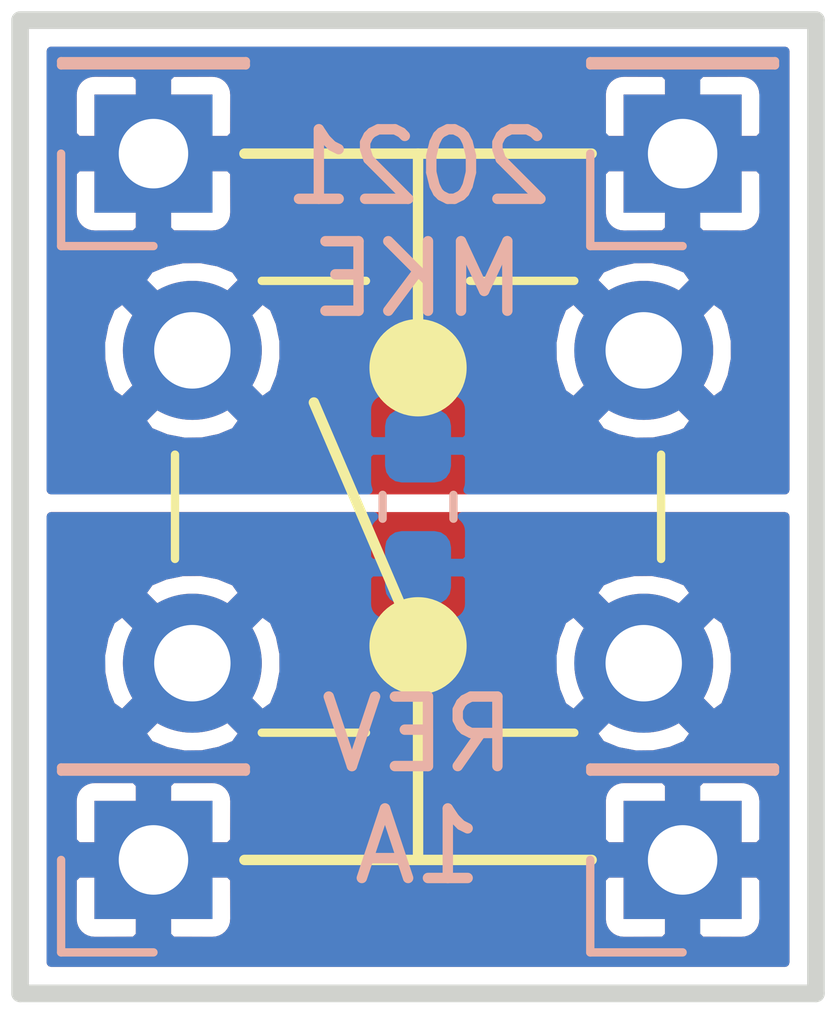
<source format=kicad_pcb>
(kicad_pcb (version 20171130) (host pcbnew "(5.1.8)-1")

  (general
    (thickness 1.6)
    (drawings 13)
    (tracks 0)
    (zones 0)
    (modules 6)
    (nets 3)
  )

  (page A4)
  (title_block
    (title "Tactile Switch Breadboard Adapter")
    (date 2021-06-11)
    (rev 1A)
    (company MKEngineering)
    (comment 2 http://creativecommons.org/licenses/by-sa/4.0/)
    (comment 3 "Licensed under Creative Commons Attribution-ShareAlike CC BY-SA 4.0")
    (comment 4 "Author: Mike Kushnerik")
  )

  (layers
    (0 F.Cu signal)
    (31 B.Cu signal)
    (32 B.Adhes user)
    (33 F.Adhes user)
    (34 B.Paste user)
    (35 F.Paste user)
    (36 B.SilkS user)
    (37 F.SilkS user)
    (38 B.Mask user)
    (39 F.Mask user)
    (40 Dwgs.User user)
    (41 Cmts.User user)
    (42 Eco1.User user)
    (43 Eco2.User user)
    (44 Edge.Cuts user)
    (45 Margin user)
    (46 B.CrtYd user)
    (47 F.CrtYd user)
    (48 B.Fab user hide)
    (49 F.Fab user hide)
  )

  (setup
    (last_trace_width 0.25)
    (trace_clearance 0.2)
    (zone_clearance 0.254)
    (zone_45_only yes)
    (trace_min 0.2)
    (via_size 0.8)
    (via_drill 0.4)
    (via_min_size 0.4)
    (via_min_drill 0.3)
    (uvia_size 0.3)
    (uvia_drill 0.1)
    (uvias_allowed no)
    (uvia_min_size 0.2)
    (uvia_min_drill 0.1)
    (edge_width 0.05)
    (segment_width 0.2)
    (pcb_text_width 0.3)
    (pcb_text_size 1.5 1.5)
    (mod_edge_width 0.12)
    (mod_text_size 1 1)
    (mod_text_width 0.15)
    (pad_size 1.05 0.95)
    (pad_drill 0)
    (pad_to_mask_clearance 0)
    (aux_axis_origin 0 0)
    (visible_elements 7FFFFFFF)
    (pcbplotparams
      (layerselection 0x010f0_ffffffff)
      (usegerberextensions false)
      (usegerberattributes false)
      (usegerberadvancedattributes false)
      (creategerberjobfile false)
      (excludeedgelayer false)
      (linewidth 0.150000)
      (plotframeref false)
      (viasonmask false)
      (mode 1)
      (useauxorigin false)
      (hpglpennumber 1)
      (hpglpenspeed 20)
      (hpglpendiameter 15.000000)
      (psnegative false)
      (psa4output false)
      (plotreference true)
      (plotvalue true)
      (plotinvisibletext false)
      (padsonsilk true)
      (subtractmaskfromsilk false)
      (outputformat 1)
      (mirror false)
      (drillshape 0)
      (scaleselection 1)
      (outputdirectory "Gerbers/Rev 1A/"))
  )

  (net 0 "")
  (net 1 "Net-(C1-Pad2)")
  (net 2 "Net-(C1-Pad1)")

  (net_class Default "This is the default net class."
    (clearance 0.2)
    (trace_width 0.25)
    (via_dia 0.8)
    (via_drill 0.4)
    (uvia_dia 0.3)
    (uvia_drill 0.1)
    (add_net "Net-(C1-Pad1)")
    (add_net "Net-(C1-Pad2)")
  )

  (module Capacitor_SMD:C_0603_1608Metric_Pad1.05x0.95mm_HandSolder (layer B.Cu) (tedit 60C379A3) (tstamp 60C3827A)
    (at 100 100 90)
    (descr "Capacitor SMD 0603 (1608 Metric), square (rectangular) end terminal, IPC_7351 nominal with elongated pad for handsoldering. (Body size source: http://www.tortai-tech.com/upload/download/2011102023233369053.pdf), generated with kicad-footprint-generator")
    (tags "capacitor handsolder")
    (path /60C38253)
    (attr smd)
    (fp_text reference C1 (at 0 1.43 270) (layer B.Fab)
      (effects (font (size 1 1) (thickness 0.15)) (justify mirror))
    )
    (fp_text value C (at 0 -1.43 270) (layer B.Fab)
      (effects (font (size 1 1) (thickness 0.15)) (justify mirror))
    )
    (fp_text user %R (at 0 0 270) (layer B.Fab)
      (effects (font (size 0.4 0.4) (thickness 0.06)) (justify mirror))
    )
    (fp_line (start -0.8 -0.4) (end -0.8 0.4) (layer B.Fab) (width 0.1))
    (fp_line (start -0.8 0.4) (end 0.8 0.4) (layer B.Fab) (width 0.1))
    (fp_line (start 0.8 0.4) (end 0.8 -0.4) (layer B.Fab) (width 0.1))
    (fp_line (start 0.8 -0.4) (end -0.8 -0.4) (layer B.Fab) (width 0.1))
    (fp_line (start -0.171267 0.51) (end 0.171267 0.51) (layer B.SilkS) (width 0.12))
    (fp_line (start -0.171267 -0.51) (end 0.171267 -0.51) (layer B.SilkS) (width 0.12))
    (fp_line (start -1.65 -0.73) (end -1.65 0.73) (layer B.CrtYd) (width 0.05))
    (fp_line (start -1.65 0.73) (end 1.65 0.73) (layer B.CrtYd) (width 0.05))
    (fp_line (start 1.65 0.73) (end 1.65 -0.73) (layer B.CrtYd) (width 0.05))
    (fp_line (start 1.65 -0.73) (end -1.65 -0.73) (layer B.CrtYd) (width 0.05))
    (pad 2 smd roundrect (at 0.875 0 90) (size 1.05 0.95) (layers B.Cu B.Paste B.Mask) (roundrect_rratio 0.25)
      (net 1 "Net-(C1-Pad2)") (zone_connect 1) (thermal_width 0.254) (thermal_gap 0.2))
    (pad 1 smd roundrect (at -0.875 0 90) (size 1.05 0.95) (layers B.Cu B.Paste B.Mask) (roundrect_rratio 0.25)
      (net 2 "Net-(C1-Pad1)") (zone_connect 1) (thermal_width 0.254) (thermal_gap 0.2))
    (model ${KISYS3DMOD}/Capacitor_SMD.3dshapes/C_0603_1608Metric.wrl
      (at (xyz 0 0 0))
      (scale (xyz 1 1 1))
      (rotate (xyz 0 0 0))
    )
  )

  (module Button_Switch_THT:SW_PUSH_6mm (layer F.Cu) (tedit 60C3747C) (tstamp 60C32A33)
    (at 96.75 97.75)
    (descr https://www.omron.com/ecb/products/pdf/en-b3f.pdf)
    (tags "tact sw push 6mm")
    (path /60C2C959)
    (fp_text reference SW1 (at 3.25 -2) (layer F.Fab)
      (effects (font (size 1 1) (thickness 0.15)))
    )
    (fp_text value SW_Push (at 3.75 6.7) (layer F.Fab)
      (effects (font (size 1 1) (thickness 0.15)))
    )
    (fp_circle (center 3.25 2.25) (end 1.25 2.5) (layer F.Fab) (width 0.1))
    (fp_line (start 6.75 3) (end 6.75 1.5) (layer F.SilkS) (width 0.12))
    (fp_line (start 2.5 -1) (end 1 -1) (layer F.SilkS) (width 0.12))
    (fp_line (start -0.25 1.5) (end -0.25 3) (layer F.SilkS) (width 0.12))
    (fp_line (start 1 5.5) (end 2.5 5.5) (layer F.SilkS) (width 0.12))
    (fp_line (start 8 -1.25) (end 8 5.75) (layer F.CrtYd) (width 0.05))
    (fp_line (start 7.75 6) (end -1.25 6) (layer F.CrtYd) (width 0.05))
    (fp_line (start -1.5 5.75) (end -1.5 -1.25) (layer F.CrtYd) (width 0.05))
    (fp_line (start -1.25 -1.5) (end 7.75 -1.5) (layer F.CrtYd) (width 0.05))
    (fp_line (start -1.5 6) (end -1.25 6) (layer F.CrtYd) (width 0.05))
    (fp_line (start -1.5 5.75) (end -1.5 6) (layer F.CrtYd) (width 0.05))
    (fp_line (start -1.5 -1.5) (end -1.25 -1.5) (layer F.CrtYd) (width 0.05))
    (fp_line (start -1.5 -1.25) (end -1.5 -1.5) (layer F.CrtYd) (width 0.05))
    (fp_line (start 8 -1.5) (end 8 -1.25) (layer F.CrtYd) (width 0.05))
    (fp_line (start 7.75 -1.5) (end 8 -1.5) (layer F.CrtYd) (width 0.05))
    (fp_line (start 8 6) (end 8 5.75) (layer F.CrtYd) (width 0.05))
    (fp_line (start 7.75 6) (end 8 6) (layer F.CrtYd) (width 0.05))
    (fp_line (start 0.25 -0.75) (end 3.25 -0.75) (layer F.Fab) (width 0.1))
    (fp_line (start 0.25 5.25) (end 0.25 -0.75) (layer F.Fab) (width 0.1))
    (fp_line (start 6.25 5.25) (end 0.25 5.25) (layer F.Fab) (width 0.1))
    (fp_line (start 6.25 -0.75) (end 6.25 5.25) (layer F.Fab) (width 0.1))
    (fp_line (start 3.25 -0.75) (end 6.25 -0.75) (layer F.Fab) (width 0.1))
    (fp_text user %R (at 3.25 2.25) (layer F.Fab)
      (effects (font (size 1 1) (thickness 0.15)))
    )
    (fp_line (start 4 5.5) (end 5.5 5.5) (layer F.SilkS) (width 0.12))
    (fp_line (start 4 -1) (end 5.5 -1) (layer F.SilkS) (width 0.12))
    (pad 1 thru_hole circle (at 6.5 0 90) (size 2 2) (drill 1.1) (layers *.Cu *.Mask)
      (net 1 "Net-(C1-Pad2)"))
    (pad 2 thru_hole circle (at 6.5 4.5 90) (size 2 2) (drill 1.1) (layers *.Cu *.Mask)
      (net 2 "Net-(C1-Pad1)"))
    (pad 1 thru_hole circle (at 0 0 90) (size 2 2) (drill 1.1) (layers *.Cu *.Mask)
      (net 1 "Net-(C1-Pad2)"))
    (pad 2 thru_hole circle (at 0 4.5 90) (size 2 2) (drill 1.1) (layers *.Cu *.Mask)
      (net 2 "Net-(C1-Pad1)"))
    (model ${KISYS3DMOD}/Button_Switch_THT.3dshapes/SW_PUSH_6mm.wrl
      (at (xyz 0 0 0))
      (scale (xyz 1 1 1))
      (rotate (xyz 0 0 0))
    )
  )

  (module Connector_PinHeader_2.54mm:PinHeader_1x01_P2.54mm_Vertical (layer B.Cu) (tedit 59FED5CC) (tstamp 60C32D33)
    (at 96.19 105.08)
    (descr "Through hole straight pin header, 1x01, 2.54mm pitch, single row")
    (tags "Through hole pin header THT 1x01 2.54mm single row")
    (path /60C37EE6)
    (fp_text reference J4 (at 0 2.33) (layer B.Fab)
      (effects (font (size 1 1) (thickness 0.15)) (justify mirror))
    )
    (fp_text value Conn_01x01 (at 0 -2.33) (layer B.Fab)
      (effects (font (size 1 1) (thickness 0.15)) (justify mirror))
    )
    (fp_line (start 1.8 1.8) (end -1.8 1.8) (layer B.CrtYd) (width 0.05))
    (fp_line (start 1.8 -1.8) (end 1.8 1.8) (layer B.CrtYd) (width 0.05))
    (fp_line (start -1.8 -1.8) (end 1.8 -1.8) (layer B.CrtYd) (width 0.05))
    (fp_line (start -1.8 1.8) (end -1.8 -1.8) (layer B.CrtYd) (width 0.05))
    (fp_line (start -1.33 1.33) (end 0 1.33) (layer B.SilkS) (width 0.12))
    (fp_line (start -1.33 0) (end -1.33 1.33) (layer B.SilkS) (width 0.12))
    (fp_line (start -1.33 -1.27) (end 1.33 -1.27) (layer B.SilkS) (width 0.12))
    (fp_line (start 1.33 -1.27) (end 1.33 -1.33) (layer B.SilkS) (width 0.12))
    (fp_line (start -1.33 -1.27) (end -1.33 -1.33) (layer B.SilkS) (width 0.12))
    (fp_line (start -1.33 -1.33) (end 1.33 -1.33) (layer B.SilkS) (width 0.12))
    (fp_line (start -1.27 0.635) (end -0.635 1.27) (layer B.Fab) (width 0.1))
    (fp_line (start -1.27 -1.27) (end -1.27 0.635) (layer B.Fab) (width 0.1))
    (fp_line (start 1.27 -1.27) (end -1.27 -1.27) (layer B.Fab) (width 0.1))
    (fp_line (start 1.27 1.27) (end 1.27 -1.27) (layer B.Fab) (width 0.1))
    (fp_line (start -0.635 1.27) (end 1.27 1.27) (layer B.Fab) (width 0.1))
    (fp_text user %R (at 0 0 -90) (layer B.Fab)
      (effects (font (size 1 1) (thickness 0.15)) (justify mirror))
    )
    (pad 1 thru_hole rect (at 0 0) (size 1.7 1.7) (drill 1) (layers *.Cu *.Mask)
      (net 2 "Net-(C1-Pad1)"))
    (model ${KISYS3DMOD}/Connector_PinHeader_2.54mm.3dshapes/PinHeader_1x01_P2.54mm_Vertical.wrl
      (at (xyz 0 0 0))
      (scale (xyz 1 1 1))
      (rotate (xyz 0 0 0))
    )
  )

  (module Connector_PinHeader_2.54mm:PinHeader_1x01_P2.54mm_Vertical (layer B.Cu) (tedit 59FED5CC) (tstamp 60C32D1E)
    (at 103.81 94.92)
    (descr "Through hole straight pin header, 1x01, 2.54mm pitch, single row")
    (tags "Through hole pin header THT 1x01 2.54mm single row")
    (path /60C39DCB)
    (fp_text reference J3 (at 0 2.33) (layer B.Fab)
      (effects (font (size 1 1) (thickness 0.15)) (justify mirror))
    )
    (fp_text value Conn_01x01 (at 0 -2.33) (layer B.Fab)
      (effects (font (size 1 1) (thickness 0.15)) (justify mirror))
    )
    (fp_line (start 1.8 1.8) (end -1.8 1.8) (layer B.CrtYd) (width 0.05))
    (fp_line (start 1.8 -1.8) (end 1.8 1.8) (layer B.CrtYd) (width 0.05))
    (fp_line (start -1.8 -1.8) (end 1.8 -1.8) (layer B.CrtYd) (width 0.05))
    (fp_line (start -1.8 1.8) (end -1.8 -1.8) (layer B.CrtYd) (width 0.05))
    (fp_line (start -1.33 1.33) (end 0 1.33) (layer B.SilkS) (width 0.12))
    (fp_line (start -1.33 0) (end -1.33 1.33) (layer B.SilkS) (width 0.12))
    (fp_line (start -1.33 -1.27) (end 1.33 -1.27) (layer B.SilkS) (width 0.12))
    (fp_line (start 1.33 -1.27) (end 1.33 -1.33) (layer B.SilkS) (width 0.12))
    (fp_line (start -1.33 -1.27) (end -1.33 -1.33) (layer B.SilkS) (width 0.12))
    (fp_line (start -1.33 -1.33) (end 1.33 -1.33) (layer B.SilkS) (width 0.12))
    (fp_line (start -1.27 0.635) (end -0.635 1.27) (layer B.Fab) (width 0.1))
    (fp_line (start -1.27 -1.27) (end -1.27 0.635) (layer B.Fab) (width 0.1))
    (fp_line (start 1.27 -1.27) (end -1.27 -1.27) (layer B.Fab) (width 0.1))
    (fp_line (start 1.27 1.27) (end 1.27 -1.27) (layer B.Fab) (width 0.1))
    (fp_line (start -0.635 1.27) (end 1.27 1.27) (layer B.Fab) (width 0.1))
    (fp_text user %R (at 0 0 -90) (layer B.Fab)
      (effects (font (size 1 1) (thickness 0.15)) (justify mirror))
    )
    (pad 1 thru_hole rect (at 0 0) (size 1.7 1.7) (drill 1) (layers *.Cu *.Mask)
      (net 1 "Net-(C1-Pad2)"))
    (model ${KISYS3DMOD}/Connector_PinHeader_2.54mm.3dshapes/PinHeader_1x01_P2.54mm_Vertical.wrl
      (at (xyz 0 0 0))
      (scale (xyz 1 1 1))
      (rotate (xyz 0 0 0))
    )
  )

  (module Connector_PinHeader_2.54mm:PinHeader_1x01_P2.54mm_Vertical (layer B.Cu) (tedit 59FED5CC) (tstamp 60C32D09)
    (at 103.81 105.08)
    (descr "Through hole straight pin header, 1x01, 2.54mm pitch, single row")
    (tags "Through hole pin header THT 1x01 2.54mm single row")
    (path /60C368F6)
    (fp_text reference J2 (at 0 2.33) (layer B.Fab)
      (effects (font (size 1 1) (thickness 0.15)) (justify mirror))
    )
    (fp_text value Conn_01x01 (at 0 -2.33) (layer B.Fab)
      (effects (font (size 1 1) (thickness 0.15)) (justify mirror))
    )
    (fp_line (start 1.8 1.8) (end -1.8 1.8) (layer B.CrtYd) (width 0.05))
    (fp_line (start 1.8 -1.8) (end 1.8 1.8) (layer B.CrtYd) (width 0.05))
    (fp_line (start -1.8 -1.8) (end 1.8 -1.8) (layer B.CrtYd) (width 0.05))
    (fp_line (start -1.8 1.8) (end -1.8 -1.8) (layer B.CrtYd) (width 0.05))
    (fp_line (start -1.33 1.33) (end 0 1.33) (layer B.SilkS) (width 0.12))
    (fp_line (start -1.33 0) (end -1.33 1.33) (layer B.SilkS) (width 0.12))
    (fp_line (start -1.33 -1.27) (end 1.33 -1.27) (layer B.SilkS) (width 0.12))
    (fp_line (start 1.33 -1.27) (end 1.33 -1.33) (layer B.SilkS) (width 0.12))
    (fp_line (start -1.33 -1.27) (end -1.33 -1.33) (layer B.SilkS) (width 0.12))
    (fp_line (start -1.33 -1.33) (end 1.33 -1.33) (layer B.SilkS) (width 0.12))
    (fp_line (start -1.27 0.635) (end -0.635 1.27) (layer B.Fab) (width 0.1))
    (fp_line (start -1.27 -1.27) (end -1.27 0.635) (layer B.Fab) (width 0.1))
    (fp_line (start 1.27 -1.27) (end -1.27 -1.27) (layer B.Fab) (width 0.1))
    (fp_line (start 1.27 1.27) (end 1.27 -1.27) (layer B.Fab) (width 0.1))
    (fp_line (start -0.635 1.27) (end 1.27 1.27) (layer B.Fab) (width 0.1))
    (fp_text user %R (at 0 0 -90) (layer B.Fab)
      (effects (font (size 1 1) (thickness 0.15)) (justify mirror))
    )
    (pad 1 thru_hole rect (at 0 0) (size 1.7 1.7) (drill 1) (layers *.Cu *.Mask)
      (net 2 "Net-(C1-Pad1)"))
    (model ${KISYS3DMOD}/Connector_PinHeader_2.54mm.3dshapes/PinHeader_1x01_P2.54mm_Vertical.wrl
      (at (xyz 0 0 0))
      (scale (xyz 1 1 1))
      (rotate (xyz 0 0 0))
    )
  )

  (module Connector_PinHeader_2.54mm:PinHeader_1x01_P2.54mm_Vertical (layer B.Cu) (tedit 59FED5CC) (tstamp 60C32CF4)
    (at 96.19 94.92)
    (descr "Through hole straight pin header, 1x01, 2.54mm pitch, single row")
    (tags "Through hole pin header THT 1x01 2.54mm single row")
    (path /60C39DC5)
    (fp_text reference J1 (at 0 2.33) (layer B.Fab)
      (effects (font (size 1 1) (thickness 0.15)) (justify mirror))
    )
    (fp_text value Conn_01x01 (at 0 -2.33) (layer B.Fab)
      (effects (font (size 1 1) (thickness 0.15)) (justify mirror))
    )
    (fp_line (start 1.8 1.8) (end -1.8 1.8) (layer B.CrtYd) (width 0.05))
    (fp_line (start 1.8 -1.8) (end 1.8 1.8) (layer B.CrtYd) (width 0.05))
    (fp_line (start -1.8 -1.8) (end 1.8 -1.8) (layer B.CrtYd) (width 0.05))
    (fp_line (start -1.8 1.8) (end -1.8 -1.8) (layer B.CrtYd) (width 0.05))
    (fp_line (start -1.33 1.33) (end 0 1.33) (layer B.SilkS) (width 0.12))
    (fp_line (start -1.33 0) (end -1.33 1.33) (layer B.SilkS) (width 0.12))
    (fp_line (start -1.33 -1.27) (end 1.33 -1.27) (layer B.SilkS) (width 0.12))
    (fp_line (start 1.33 -1.27) (end 1.33 -1.33) (layer B.SilkS) (width 0.12))
    (fp_line (start -1.33 -1.27) (end -1.33 -1.33) (layer B.SilkS) (width 0.12))
    (fp_line (start -1.33 -1.33) (end 1.33 -1.33) (layer B.SilkS) (width 0.12))
    (fp_line (start -1.27 0.635) (end -0.635 1.27) (layer B.Fab) (width 0.1))
    (fp_line (start -1.27 -1.27) (end -1.27 0.635) (layer B.Fab) (width 0.1))
    (fp_line (start 1.27 -1.27) (end -1.27 -1.27) (layer B.Fab) (width 0.1))
    (fp_line (start 1.27 1.27) (end 1.27 -1.27) (layer B.Fab) (width 0.1))
    (fp_line (start -0.635 1.27) (end 1.27 1.27) (layer B.Fab) (width 0.1))
    (fp_text user %R (at 0 0 -90) (layer B.Fab)
      (effects (font (size 1 1) (thickness 0.15)) (justify mirror))
    )
    (pad 1 thru_hole rect (at 0 0) (size 1.7 1.7) (drill 1) (layers *.Cu *.Mask)
      (net 1 "Net-(C1-Pad2)"))
    (model ${KISYS3DMOD}/Connector_PinHeader_2.54mm.3dshapes/PinHeader_1x01_P2.54mm_Vertical.wrl
      (at (xyz 0 0 0))
      (scale (xyz 1 1 1))
      (rotate (xyz 0 0 0))
    )
  )

  (gr_text "2021\nMKE" (at 100 95.92) (layer B.SilkS)
    (effects (font (size 1 1) (thickness 0.15)) (justify mirror))
  )
  (gr_text "REV\n1A" (at 100 104.08) (layer B.SilkS)
    (effects (font (size 1 1) (thickness 0.15)) (justify mirror))
  )
  (gr_circle (center 100 98) (end 100 98) (layer F.SilkS) (width 0.7) (tstamp 60C37824))
  (gr_line (start 100 102) (end 98.5 98.5) (layer F.SilkS) (width 0.15))
  (gr_circle (center 100 102) (end 100 102) (layer F.SilkS) (width 0.7))
  (gr_line (start 102.5 94.92) (end 97.5 94.92) (layer F.SilkS) (width 0.15) (tstamp 60C3764F))
  (gr_line (start 100 94.92) (end 100 98) (layer F.SilkS) (width 0.15) (tstamp 60C3764E))
  (gr_line (start 100 105.08) (end 100 102) (layer F.SilkS) (width 0.15))
  (gr_line (start 97.5 105.08) (end 102.5 105.08) (layer F.SilkS) (width 0.15))
  (gr_line (start 94.27 107) (end 105.73 107) (layer Edge.Cuts) (width 0.254) (tstamp 60C329AA))
  (gr_line (start 105.73 107) (end 105.73 93) (layer Edge.Cuts) (width 0.254) (tstamp 60C329A6))
  (gr_line (start 94.27 93) (end 94.27 107) (layer Edge.Cuts) (width 0.254))
  (gr_line (start 94.27 93) (end 105.73 93) (layer Edge.Cuts) (width 0.254))

  (zone (net 1) (net_name "Net-(C1-Pad2)") (layer F.Cu) (tstamp 60C3864C) (hatch edge 0.508)
    (connect_pads (clearance 0.254))
    (min_thickness 0.127)
    (fill yes (arc_segments 32) (thermal_gap 0.254) (thermal_bridge_width 0.508))
    (polygon
      (pts
        (xy 105.918 99.822) (xy 93.98 99.822) (xy 93.98 92.71) (xy 105.918 92.71)
      )
    )
    (filled_polygon
      (pts
        (xy 105.285501 99.7585) (xy 94.7145 99.7585) (xy 94.7145 98.754327) (xy 96.015081 98.754327) (xy 96.134062 98.921864)
        (xy 96.374516 99.019511) (xy 96.6294 99.068371) (xy 96.888919 99.066567) (xy 97.143099 99.014168) (xy 97.365938 98.921864)
        (xy 97.484919 98.754327) (xy 102.515081 98.754327) (xy 102.634062 98.921864) (xy 102.874516 99.019511) (xy 103.1294 99.068371)
        (xy 103.388919 99.066567) (xy 103.643099 99.014168) (xy 103.865938 98.921864) (xy 103.984919 98.754327) (xy 103.25 98.019408)
        (xy 102.515081 98.754327) (xy 97.484919 98.754327) (xy 96.75 98.019408) (xy 96.015081 98.754327) (xy 94.7145 98.754327)
        (xy 94.7145 97.6294) (xy 95.431629 97.6294) (xy 95.433433 97.888919) (xy 95.485832 98.143099) (xy 95.578136 98.365938)
        (xy 95.745673 98.484919) (xy 96.480592 97.75) (xy 97.019408 97.75) (xy 97.754327 98.484919) (xy 97.921864 98.365938)
        (xy 98.019511 98.125484) (xy 98.068371 97.8706) (xy 98.066695 97.6294) (xy 101.931629 97.6294) (xy 101.933433 97.888919)
        (xy 101.985832 98.143099) (xy 102.078136 98.365938) (xy 102.245673 98.484919) (xy 102.980592 97.75) (xy 103.519408 97.75)
        (xy 104.254327 98.484919) (xy 104.421864 98.365938) (xy 104.519511 98.125484) (xy 104.568371 97.8706) (xy 104.566567 97.611081)
        (xy 104.514168 97.356901) (xy 104.421864 97.134062) (xy 104.254327 97.015081) (xy 103.519408 97.75) (xy 102.980592 97.75)
        (xy 102.245673 97.015081) (xy 102.078136 97.134062) (xy 101.980489 97.374516) (xy 101.931629 97.6294) (xy 98.066695 97.6294)
        (xy 98.066567 97.611081) (xy 98.014168 97.356901) (xy 97.921864 97.134062) (xy 97.754327 97.015081) (xy 97.019408 97.75)
        (xy 96.480592 97.75) (xy 95.745673 97.015081) (xy 95.578136 97.134062) (xy 95.480489 97.374516) (xy 95.431629 97.6294)
        (xy 94.7145 97.6294) (xy 94.7145 96.745673) (xy 96.015081 96.745673) (xy 96.75 97.480592) (xy 97.484919 96.745673)
        (xy 102.515081 96.745673) (xy 103.25 97.480592) (xy 103.984919 96.745673) (xy 103.865938 96.578136) (xy 103.625484 96.480489)
        (xy 103.3706 96.431629) (xy 103.111081 96.433433) (xy 102.856901 96.485832) (xy 102.634062 96.578136) (xy 102.515081 96.745673)
        (xy 97.484919 96.745673) (xy 97.365938 96.578136) (xy 97.125484 96.480489) (xy 96.8706 96.431629) (xy 96.611081 96.433433)
        (xy 96.356901 96.485832) (xy 96.134062 96.578136) (xy 96.015081 96.745673) (xy 94.7145 96.745673) (xy 94.7145 95.77)
        (xy 95.020964 95.77) (xy 95.027094 95.832241) (xy 95.045249 95.89209) (xy 95.074731 95.947247) (xy 95.114407 95.995593)
        (xy 95.162753 96.035269) (xy 95.21791 96.064751) (xy 95.277759 96.082906) (xy 95.34 96.089036) (xy 95.920125 96.0875)
        (xy 95.9995 96.008125) (xy 95.9995 95.1105) (xy 96.3805 95.1105) (xy 96.3805 96.008125) (xy 96.459875 96.0875)
        (xy 97.04 96.089036) (xy 97.102241 96.082906) (xy 97.16209 96.064751) (xy 97.217247 96.035269) (xy 97.265593 95.995593)
        (xy 97.305269 95.947247) (xy 97.334751 95.89209) (xy 97.352906 95.832241) (xy 97.359036 95.77) (xy 102.640964 95.77)
        (xy 102.647094 95.832241) (xy 102.665249 95.89209) (xy 102.694731 95.947247) (xy 102.734407 95.995593) (xy 102.782753 96.035269)
        (xy 102.83791 96.064751) (xy 102.897759 96.082906) (xy 102.96 96.089036) (xy 103.540125 96.0875) (xy 103.6195 96.008125)
        (xy 103.6195 95.1105) (xy 104.0005 95.1105) (xy 104.0005 96.008125) (xy 104.079875 96.0875) (xy 104.66 96.089036)
        (xy 104.722241 96.082906) (xy 104.78209 96.064751) (xy 104.837247 96.035269) (xy 104.885593 95.995593) (xy 104.925269 95.947247)
        (xy 104.954751 95.89209) (xy 104.972906 95.832241) (xy 104.979036 95.77) (xy 104.9775 95.189875) (xy 104.898125 95.1105)
        (xy 104.0005 95.1105) (xy 103.6195 95.1105) (xy 102.721875 95.1105) (xy 102.6425 95.189875) (xy 102.640964 95.77)
        (xy 97.359036 95.77) (xy 97.3575 95.189875) (xy 97.278125 95.1105) (xy 96.3805 95.1105) (xy 95.9995 95.1105)
        (xy 95.101875 95.1105) (xy 95.0225 95.189875) (xy 95.020964 95.77) (xy 94.7145 95.77) (xy 94.7145 94.07)
        (xy 95.020964 94.07) (xy 95.0225 94.650125) (xy 95.101875 94.7295) (xy 95.9995 94.7295) (xy 95.9995 93.831875)
        (xy 96.3805 93.831875) (xy 96.3805 94.7295) (xy 97.278125 94.7295) (xy 97.3575 94.650125) (xy 97.359036 94.07)
        (xy 102.640964 94.07) (xy 102.6425 94.650125) (xy 102.721875 94.7295) (xy 103.6195 94.7295) (xy 103.6195 93.831875)
        (xy 104.0005 93.831875) (xy 104.0005 94.7295) (xy 104.898125 94.7295) (xy 104.9775 94.650125) (xy 104.979036 94.07)
        (xy 104.972906 94.007759) (xy 104.954751 93.94791) (xy 104.925269 93.892753) (xy 104.885593 93.844407) (xy 104.837247 93.804731)
        (xy 104.78209 93.775249) (xy 104.722241 93.757094) (xy 104.66 93.750964) (xy 104.079875 93.7525) (xy 104.0005 93.831875)
        (xy 103.6195 93.831875) (xy 103.540125 93.7525) (xy 102.96 93.750964) (xy 102.897759 93.757094) (xy 102.83791 93.775249)
        (xy 102.782753 93.804731) (xy 102.734407 93.844407) (xy 102.694731 93.892753) (xy 102.665249 93.94791) (xy 102.647094 94.007759)
        (xy 102.640964 94.07) (xy 97.359036 94.07) (xy 97.352906 94.007759) (xy 97.334751 93.94791) (xy 97.305269 93.892753)
        (xy 97.265593 93.844407) (xy 97.217247 93.804731) (xy 97.16209 93.775249) (xy 97.102241 93.757094) (xy 97.04 93.750964)
        (xy 96.459875 93.7525) (xy 96.3805 93.831875) (xy 95.9995 93.831875) (xy 95.920125 93.7525) (xy 95.34 93.750964)
        (xy 95.277759 93.757094) (xy 95.21791 93.775249) (xy 95.162753 93.804731) (xy 95.114407 93.844407) (xy 95.074731 93.892753)
        (xy 95.045249 93.94791) (xy 95.027094 94.007759) (xy 95.020964 94.07) (xy 94.7145 94.07) (xy 94.7145 93.4445)
        (xy 105.285501 93.4445)
      )
    )
  )
  (zone (net 2) (net_name "Net-(C1-Pad1)") (layer F.Cu) (tstamp 60C38649) (hatch edge 0.508)
    (connect_pads (clearance 0.254))
    (min_thickness 0.127)
    (fill yes (arc_segments 32) (thermal_gap 0.254) (thermal_bridge_width 0.508))
    (polygon
      (pts
        (xy 105.918 107.442) (xy 93.98 107.442) (xy 93.98 100.076) (xy 105.918 100.076)
      )
    )
    (filled_polygon
      (pts
        (xy 105.2855 106.5555) (xy 94.7145 106.5555) (xy 94.7145 105.93) (xy 95.020964 105.93) (xy 95.027094 105.992241)
        (xy 95.045249 106.05209) (xy 95.074731 106.107247) (xy 95.114407 106.155593) (xy 95.162753 106.195269) (xy 95.21791 106.224751)
        (xy 95.277759 106.242906) (xy 95.34 106.249036) (xy 95.920125 106.2475) (xy 95.9995 106.168125) (xy 95.9995 105.2705)
        (xy 96.3805 105.2705) (xy 96.3805 106.168125) (xy 96.459875 106.2475) (xy 97.04 106.249036) (xy 97.102241 106.242906)
        (xy 97.16209 106.224751) (xy 97.217247 106.195269) (xy 97.265593 106.155593) (xy 97.305269 106.107247) (xy 97.334751 106.05209)
        (xy 97.352906 105.992241) (xy 97.359036 105.93) (xy 102.640964 105.93) (xy 102.647094 105.992241) (xy 102.665249 106.05209)
        (xy 102.694731 106.107247) (xy 102.734407 106.155593) (xy 102.782753 106.195269) (xy 102.83791 106.224751) (xy 102.897759 106.242906)
        (xy 102.96 106.249036) (xy 103.540125 106.2475) (xy 103.6195 106.168125) (xy 103.6195 105.2705) (xy 104.0005 105.2705)
        (xy 104.0005 106.168125) (xy 104.079875 106.2475) (xy 104.66 106.249036) (xy 104.722241 106.242906) (xy 104.78209 106.224751)
        (xy 104.837247 106.195269) (xy 104.885593 106.155593) (xy 104.925269 106.107247) (xy 104.954751 106.05209) (xy 104.972906 105.992241)
        (xy 104.979036 105.93) (xy 104.9775 105.349875) (xy 104.898125 105.2705) (xy 104.0005 105.2705) (xy 103.6195 105.2705)
        (xy 102.721875 105.2705) (xy 102.6425 105.349875) (xy 102.640964 105.93) (xy 97.359036 105.93) (xy 97.3575 105.349875)
        (xy 97.278125 105.2705) (xy 96.3805 105.2705) (xy 95.9995 105.2705) (xy 95.101875 105.2705) (xy 95.0225 105.349875)
        (xy 95.020964 105.93) (xy 94.7145 105.93) (xy 94.7145 104.23) (xy 95.020964 104.23) (xy 95.0225 104.810125)
        (xy 95.101875 104.8895) (xy 95.9995 104.8895) (xy 95.9995 103.991875) (xy 96.3805 103.991875) (xy 96.3805 104.8895)
        (xy 97.278125 104.8895) (xy 97.3575 104.810125) (xy 97.359036 104.23) (xy 102.640964 104.23) (xy 102.6425 104.810125)
        (xy 102.721875 104.8895) (xy 103.6195 104.8895) (xy 103.6195 103.991875) (xy 104.0005 103.991875) (xy 104.0005 104.8895)
        (xy 104.898125 104.8895) (xy 104.9775 104.810125) (xy 104.979036 104.23) (xy 104.972906 104.167759) (xy 104.954751 104.10791)
        (xy 104.925269 104.052753) (xy 104.885593 104.004407) (xy 104.837247 103.964731) (xy 104.78209 103.935249) (xy 104.722241 103.917094)
        (xy 104.66 103.910964) (xy 104.079875 103.9125) (xy 104.0005 103.991875) (xy 103.6195 103.991875) (xy 103.540125 103.9125)
        (xy 102.96 103.910964) (xy 102.897759 103.917094) (xy 102.83791 103.935249) (xy 102.782753 103.964731) (xy 102.734407 104.004407)
        (xy 102.694731 104.052753) (xy 102.665249 104.10791) (xy 102.647094 104.167759) (xy 102.640964 104.23) (xy 97.359036 104.23)
        (xy 97.352906 104.167759) (xy 97.334751 104.10791) (xy 97.305269 104.052753) (xy 97.265593 104.004407) (xy 97.217247 103.964731)
        (xy 97.16209 103.935249) (xy 97.102241 103.917094) (xy 97.04 103.910964) (xy 96.459875 103.9125) (xy 96.3805 103.991875)
        (xy 95.9995 103.991875) (xy 95.920125 103.9125) (xy 95.34 103.910964) (xy 95.277759 103.917094) (xy 95.21791 103.935249)
        (xy 95.162753 103.964731) (xy 95.114407 104.004407) (xy 95.074731 104.052753) (xy 95.045249 104.10791) (xy 95.027094 104.167759)
        (xy 95.020964 104.23) (xy 94.7145 104.23) (xy 94.7145 103.254327) (xy 96.015081 103.254327) (xy 96.134062 103.421864)
        (xy 96.374516 103.519511) (xy 96.6294 103.568371) (xy 96.888919 103.566567) (xy 97.143099 103.514168) (xy 97.365938 103.421864)
        (xy 97.484919 103.254327) (xy 102.515081 103.254327) (xy 102.634062 103.421864) (xy 102.874516 103.519511) (xy 103.1294 103.568371)
        (xy 103.388919 103.566567) (xy 103.643099 103.514168) (xy 103.865938 103.421864) (xy 103.984919 103.254327) (xy 103.25 102.519408)
        (xy 102.515081 103.254327) (xy 97.484919 103.254327) (xy 96.75 102.519408) (xy 96.015081 103.254327) (xy 94.7145 103.254327)
        (xy 94.7145 102.1294) (xy 95.431629 102.1294) (xy 95.433433 102.388919) (xy 95.485832 102.643099) (xy 95.578136 102.865938)
        (xy 95.745673 102.984919) (xy 96.480592 102.25) (xy 97.019408 102.25) (xy 97.754327 102.984919) (xy 97.921864 102.865938)
        (xy 98.019511 102.625484) (xy 98.068371 102.3706) (xy 98.066695 102.1294) (xy 101.931629 102.1294) (xy 101.933433 102.388919)
        (xy 101.985832 102.643099) (xy 102.078136 102.865938) (xy 102.245673 102.984919) (xy 102.980592 102.25) (xy 103.519408 102.25)
        (xy 104.254327 102.984919) (xy 104.421864 102.865938) (xy 104.519511 102.625484) (xy 104.568371 102.3706) (xy 104.566567 102.111081)
        (xy 104.514168 101.856901) (xy 104.421864 101.634062) (xy 104.254327 101.515081) (xy 103.519408 102.25) (xy 102.980592 102.25)
        (xy 102.245673 101.515081) (xy 102.078136 101.634062) (xy 101.980489 101.874516) (xy 101.931629 102.1294) (xy 98.066695 102.1294)
        (xy 98.066567 102.111081) (xy 98.014168 101.856901) (xy 97.921864 101.634062) (xy 97.754327 101.515081) (xy 97.019408 102.25)
        (xy 96.480592 102.25) (xy 95.745673 101.515081) (xy 95.578136 101.634062) (xy 95.480489 101.874516) (xy 95.431629 102.1294)
        (xy 94.7145 102.1294) (xy 94.7145 101.245673) (xy 96.015081 101.245673) (xy 96.75 101.980592) (xy 97.484919 101.245673)
        (xy 102.515081 101.245673) (xy 103.25 101.980592) (xy 103.984919 101.245673) (xy 103.865938 101.078136) (xy 103.625484 100.980489)
        (xy 103.3706 100.931629) (xy 103.111081 100.933433) (xy 102.856901 100.985832) (xy 102.634062 101.078136) (xy 102.515081 101.245673)
        (xy 97.484919 101.245673) (xy 97.365938 101.078136) (xy 97.125484 100.980489) (xy 96.8706 100.931629) (xy 96.611081 100.933433)
        (xy 96.356901 100.985832) (xy 96.134062 101.078136) (xy 96.015081 101.245673) (xy 94.7145 101.245673) (xy 94.7145 100.1395)
        (xy 105.2855 100.1395)
      )
    )
  )
  (zone (net 1) (net_name "Net-(C1-Pad2)") (layer B.Cu) (tstamp 60C38646) (hatch edge 0.508)
    (connect_pads (clearance 0.254))
    (min_thickness 0.127)
    (fill yes (arc_segments 32) (thermal_gap 0.254) (thermal_bridge_width 0.508))
    (polygon
      (pts
        (xy 105.918 99.822) (xy 93.98 99.822) (xy 93.98 92.71) (xy 105.918 92.71)
      )
    )
    (filled_polygon
      (pts
        (xy 105.285501 99.7585) (xy 100.715785 99.7585) (xy 100.71962 99.751325) (xy 100.734687 99.701655) (xy 100.739775 99.65)
        (xy 100.7385 99.254375) (xy 100.672625 99.1885) (xy 100.0635 99.1885) (xy 100.0635 99.2085) (xy 99.9365 99.2085)
        (xy 99.9365 99.1885) (xy 99.327375 99.1885) (xy 99.2615 99.254375) (xy 99.260225 99.65) (xy 99.265313 99.701655)
        (xy 99.28038 99.751325) (xy 99.284215 99.7585) (xy 94.7145 99.7585) (xy 94.7145 98.754327) (xy 96.015081 98.754327)
        (xy 96.134062 98.921864) (xy 96.374516 99.019511) (xy 96.6294 99.068371) (xy 96.888919 99.066567) (xy 97.143099 99.014168)
        (xy 97.365938 98.921864) (xy 97.484919 98.754327) (xy 97.330592 98.6) (xy 99.260225 98.6) (xy 99.2615 98.995625)
        (xy 99.327375 99.0615) (xy 99.9365 99.0615) (xy 99.9365 98.402375) (xy 100.0635 98.402375) (xy 100.0635 99.0615)
        (xy 100.672625 99.0615) (xy 100.7385 98.995625) (xy 100.739277 98.754327) (xy 102.515081 98.754327) (xy 102.634062 98.921864)
        (xy 102.874516 99.019511) (xy 103.1294 99.068371) (xy 103.388919 99.066567) (xy 103.643099 99.014168) (xy 103.865938 98.921864)
        (xy 103.984919 98.754327) (xy 103.25 98.019408) (xy 102.515081 98.754327) (xy 100.739277 98.754327) (xy 100.739775 98.6)
        (xy 100.734687 98.548345) (xy 100.71962 98.498675) (xy 100.695152 98.452899) (xy 100.662224 98.412776) (xy 100.622101 98.379848)
        (xy 100.576325 98.35538) (xy 100.526655 98.340313) (xy 100.475 98.335225) (xy 100.129375 98.3365) (xy 100.0635 98.402375)
        (xy 99.9365 98.402375) (xy 99.870625 98.3365) (xy 99.525 98.335225) (xy 99.473345 98.340313) (xy 99.423675 98.35538)
        (xy 99.377899 98.379848) (xy 99.337776 98.412776) (xy 99.304848 98.452899) (xy 99.28038 98.498675) (xy 99.265313 98.548345)
        (xy 99.260225 98.6) (xy 97.330592 98.6) (xy 96.75 98.019408) (xy 96.015081 98.754327) (xy 94.7145 98.754327)
        (xy 94.7145 97.6294) (xy 95.431629 97.6294) (xy 95.433433 97.888919) (xy 95.485832 98.143099) (xy 95.578136 98.365938)
        (xy 95.745673 98.484919) (xy 96.480592 97.75) (xy 97.019408 97.75) (xy 97.754327 98.484919) (xy 97.921864 98.365938)
        (xy 98.019511 98.125484) (xy 98.068371 97.8706) (xy 98.066695 97.6294) (xy 101.931629 97.6294) (xy 101.933433 97.888919)
        (xy 101.985832 98.143099) (xy 102.078136 98.365938) (xy 102.245673 98.484919) (xy 102.980592 97.75) (xy 103.519408 97.75)
        (xy 104.254327 98.484919) (xy 104.421864 98.365938) (xy 104.519511 98.125484) (xy 104.568371 97.8706) (xy 104.566567 97.611081)
        (xy 104.514168 97.356901) (xy 104.421864 97.134062) (xy 104.254327 97.015081) (xy 103.519408 97.75) (xy 102.980592 97.75)
        (xy 102.245673 97.015081) (xy 102.078136 97.134062) (xy 101.980489 97.374516) (xy 101.931629 97.6294) (xy 98.066695 97.6294)
        (xy 98.066567 97.611081) (xy 98.014168 97.356901) (xy 97.921864 97.134062) (xy 97.754327 97.015081) (xy 97.019408 97.75)
        (xy 96.480592 97.75) (xy 95.745673 97.015081) (xy 95.578136 97.134062) (xy 95.480489 97.374516) (xy 95.431629 97.6294)
        (xy 94.7145 97.6294) (xy 94.7145 96.745673) (xy 96.015081 96.745673) (xy 96.75 97.480592) (xy 97.484919 96.745673)
        (xy 102.515081 96.745673) (xy 103.25 97.480592) (xy 103.984919 96.745673) (xy 103.865938 96.578136) (xy 103.625484 96.480489)
        (xy 103.3706 96.431629) (xy 103.111081 96.433433) (xy 102.856901 96.485832) (xy 102.634062 96.578136) (xy 102.515081 96.745673)
        (xy 97.484919 96.745673) (xy 97.365938 96.578136) (xy 97.125484 96.480489) (xy 96.8706 96.431629) (xy 96.611081 96.433433)
        (xy 96.356901 96.485832) (xy 96.134062 96.578136) (xy 96.015081 96.745673) (xy 94.7145 96.745673) (xy 94.7145 95.77)
        (xy 95.020964 95.77) (xy 95.027094 95.832241) (xy 95.045249 95.89209) (xy 95.074731 95.947247) (xy 95.114407 95.995593)
        (xy 95.162753 96.035269) (xy 95.21791 96.064751) (xy 95.277759 96.082906) (xy 95.34 96.089036) (xy 95.920125 96.0875)
        (xy 95.9995 96.008125) (xy 95.9995 95.1105) (xy 96.3805 95.1105) (xy 96.3805 96.008125) (xy 96.459875 96.0875)
        (xy 97.04 96.089036) (xy 97.102241 96.082906) (xy 97.16209 96.064751) (xy 97.217247 96.035269) (xy 97.265593 95.995593)
        (xy 97.305269 95.947247) (xy 97.334751 95.89209) (xy 97.352906 95.832241) (xy 97.359036 95.77) (xy 102.640964 95.77)
        (xy 102.647094 95.832241) (xy 102.665249 95.89209) (xy 102.694731 95.947247) (xy 102.734407 95.995593) (xy 102.782753 96.035269)
        (xy 102.83791 96.064751) (xy 102.897759 96.082906) (xy 102.96 96.089036) (xy 103.540125 96.0875) (xy 103.6195 96.008125)
        (xy 103.6195 95.1105) (xy 104.0005 95.1105) (xy 104.0005 96.008125) (xy 104.079875 96.0875) (xy 104.66 96.089036)
        (xy 104.722241 96.082906) (xy 104.78209 96.064751) (xy 104.837247 96.035269) (xy 104.885593 95.995593) (xy 104.925269 95.947247)
        (xy 104.954751 95.89209) (xy 104.972906 95.832241) (xy 104.979036 95.77) (xy 104.9775 95.189875) (xy 104.898125 95.1105)
        (xy 104.0005 95.1105) (xy 103.6195 95.1105) (xy 102.721875 95.1105) (xy 102.6425 95.189875) (xy 102.640964 95.77)
        (xy 97.359036 95.77) (xy 97.3575 95.189875) (xy 97.278125 95.1105) (xy 96.3805 95.1105) (xy 95.9995 95.1105)
        (xy 95.101875 95.1105) (xy 95.0225 95.189875) (xy 95.020964 95.77) (xy 94.7145 95.77) (xy 94.7145 94.07)
        (xy 95.020964 94.07) (xy 95.0225 94.650125) (xy 95.101875 94.7295) (xy 95.9995 94.7295) (xy 95.9995 93.831875)
        (xy 96.3805 93.831875) (xy 96.3805 94.7295) (xy 97.278125 94.7295) (xy 97.3575 94.650125) (xy 97.359036 94.07)
        (xy 102.640964 94.07) (xy 102.6425 94.650125) (xy 102.721875 94.7295) (xy 103.6195 94.7295) (xy 103.6195 93.831875)
        (xy 104.0005 93.831875) (xy 104.0005 94.7295) (xy 104.898125 94.7295) (xy 104.9775 94.650125) (xy 104.979036 94.07)
        (xy 104.972906 94.007759) (xy 104.954751 93.94791) (xy 104.925269 93.892753) (xy 104.885593 93.844407) (xy 104.837247 93.804731)
        (xy 104.78209 93.775249) (xy 104.722241 93.757094) (xy 104.66 93.750964) (xy 104.079875 93.7525) (xy 104.0005 93.831875)
        (xy 103.6195 93.831875) (xy 103.540125 93.7525) (xy 102.96 93.750964) (xy 102.897759 93.757094) (xy 102.83791 93.775249)
        (xy 102.782753 93.804731) (xy 102.734407 93.844407) (xy 102.694731 93.892753) (xy 102.665249 93.94791) (xy 102.647094 94.007759)
        (xy 102.640964 94.07) (xy 97.359036 94.07) (xy 97.352906 94.007759) (xy 97.334751 93.94791) (xy 97.305269 93.892753)
        (xy 97.265593 93.844407) (xy 97.217247 93.804731) (xy 97.16209 93.775249) (xy 97.102241 93.757094) (xy 97.04 93.750964)
        (xy 96.459875 93.7525) (xy 96.3805 93.831875) (xy 95.9995 93.831875) (xy 95.920125 93.7525) (xy 95.34 93.750964)
        (xy 95.277759 93.757094) (xy 95.21791 93.775249) (xy 95.162753 93.804731) (xy 95.114407 93.844407) (xy 95.074731 93.892753)
        (xy 95.045249 93.94791) (xy 95.027094 94.007759) (xy 95.020964 94.07) (xy 94.7145 94.07) (xy 94.7145 93.4445)
        (xy 105.285501 93.4445)
      )
    )
  )
  (zone (net 2) (net_name "Net-(C1-Pad1)") (layer B.Cu) (tstamp 60C38643) (hatch edge 0.508)
    (connect_pads (clearance 0.254))
    (min_thickness 0.127)
    (fill yes (arc_segments 32) (thermal_gap 0.254) (thermal_bridge_width 0.508))
    (polygon
      (pts
        (xy 105.918 107.442) (xy 93.98 107.442) (xy 93.98 100.076) (xy 105.918 100.076)
      )
    )
    (filled_polygon
      (pts
        (xy 99.337776 100.162776) (xy 99.304848 100.202899) (xy 99.28038 100.248675) (xy 99.265313 100.298345) (xy 99.260225 100.35)
        (xy 99.2615 100.745625) (xy 99.327375 100.8115) (xy 99.9365 100.8115) (xy 99.9365 100.7915) (xy 100.0635 100.7915)
        (xy 100.0635 100.8115) (xy 100.672625 100.8115) (xy 100.7385 100.745625) (xy 100.739775 100.35) (xy 100.734687 100.298345)
        (xy 100.71962 100.248675) (xy 100.695152 100.202899) (xy 100.662224 100.162776) (xy 100.633862 100.1395) (xy 105.2855 100.1395)
        (xy 105.2855 106.5555) (xy 94.7145 106.5555) (xy 94.7145 105.93) (xy 95.020964 105.93) (xy 95.027094 105.992241)
        (xy 95.045249 106.05209) (xy 95.074731 106.107247) (xy 95.114407 106.155593) (xy 95.162753 106.195269) (xy 95.21791 106.224751)
        (xy 95.277759 106.242906) (xy 95.34 106.249036) (xy 95.920125 106.2475) (xy 95.9995 106.168125) (xy 95.9995 105.2705)
        (xy 96.3805 105.2705) (xy 96.3805 106.168125) (xy 96.459875 106.2475) (xy 97.04 106.249036) (xy 97.102241 106.242906)
        (xy 97.16209 106.224751) (xy 97.217247 106.195269) (xy 97.265593 106.155593) (xy 97.305269 106.107247) (xy 97.334751 106.05209)
        (xy 97.352906 105.992241) (xy 97.359036 105.93) (xy 102.640964 105.93) (xy 102.647094 105.992241) (xy 102.665249 106.05209)
        (xy 102.694731 106.107247) (xy 102.734407 106.155593) (xy 102.782753 106.195269) (xy 102.83791 106.224751) (xy 102.897759 106.242906)
        (xy 102.96 106.249036) (xy 103.540125 106.2475) (xy 103.6195 106.168125) (xy 103.6195 105.2705) (xy 104.0005 105.2705)
        (xy 104.0005 106.168125) (xy 104.079875 106.2475) (xy 104.66 106.249036) (xy 104.722241 106.242906) (xy 104.78209 106.224751)
        (xy 104.837247 106.195269) (xy 104.885593 106.155593) (xy 104.925269 106.107247) (xy 104.954751 106.05209) (xy 104.972906 105.992241)
        (xy 104.979036 105.93) (xy 104.9775 105.349875) (xy 104.898125 105.2705) (xy 104.0005 105.2705) (xy 103.6195 105.2705)
        (xy 102.721875 105.2705) (xy 102.6425 105.349875) (xy 102.640964 105.93) (xy 97.359036 105.93) (xy 97.3575 105.349875)
        (xy 97.278125 105.2705) (xy 96.3805 105.2705) (xy 95.9995 105.2705) (xy 95.101875 105.2705) (xy 95.0225 105.349875)
        (xy 95.020964 105.93) (xy 94.7145 105.93) (xy 94.7145 104.23) (xy 95.020964 104.23) (xy 95.0225 104.810125)
        (xy 95.101875 104.8895) (xy 95.9995 104.8895) (xy 95.9995 103.991875) (xy 96.3805 103.991875) (xy 96.3805 104.8895)
        (xy 97.278125 104.8895) (xy 97.3575 104.810125) (xy 97.359036 104.23) (xy 102.640964 104.23) (xy 102.6425 104.810125)
        (xy 102.721875 104.8895) (xy 103.6195 104.8895) (xy 103.6195 103.991875) (xy 104.0005 103.991875) (xy 104.0005 104.8895)
        (xy 104.898125 104.8895) (xy 104.9775 104.810125) (xy 104.979036 104.23) (xy 104.972906 104.167759) (xy 104.954751 104.10791)
        (xy 104.925269 104.052753) (xy 104.885593 104.004407) (xy 104.837247 103.964731) (xy 104.78209 103.935249) (xy 104.722241 103.917094)
        (xy 104.66 103.910964) (xy 104.079875 103.9125) (xy 104.0005 103.991875) (xy 103.6195 103.991875) (xy 103.540125 103.9125)
        (xy 102.96 103.910964) (xy 102.897759 103.917094) (xy 102.83791 103.935249) (xy 102.782753 103.964731) (xy 102.734407 104.004407)
        (xy 102.694731 104.052753) (xy 102.665249 104.10791) (xy 102.647094 104.167759) (xy 102.640964 104.23) (xy 97.359036 104.23)
        (xy 97.352906 104.167759) (xy 97.334751 104.10791) (xy 97.305269 104.052753) (xy 97.265593 104.004407) (xy 97.217247 103.964731)
        (xy 97.16209 103.935249) (xy 97.102241 103.917094) (xy 97.04 103.910964) (xy 96.459875 103.9125) (xy 96.3805 103.991875)
        (xy 95.9995 103.991875) (xy 95.920125 103.9125) (xy 95.34 103.910964) (xy 95.277759 103.917094) (xy 95.21791 103.935249)
        (xy 95.162753 103.964731) (xy 95.114407 104.004407) (xy 95.074731 104.052753) (xy 95.045249 104.10791) (xy 95.027094 104.167759)
        (xy 95.020964 104.23) (xy 94.7145 104.23) (xy 94.7145 103.254327) (xy 96.015081 103.254327) (xy 96.134062 103.421864)
        (xy 96.374516 103.519511) (xy 96.6294 103.568371) (xy 96.888919 103.566567) (xy 97.143099 103.514168) (xy 97.365938 103.421864)
        (xy 97.484919 103.254327) (xy 102.515081 103.254327) (xy 102.634062 103.421864) (xy 102.874516 103.519511) (xy 103.1294 103.568371)
        (xy 103.388919 103.566567) (xy 103.643099 103.514168) (xy 103.865938 103.421864) (xy 103.984919 103.254327) (xy 103.25 102.519408)
        (xy 102.515081 103.254327) (xy 97.484919 103.254327) (xy 96.75 102.519408) (xy 96.015081 103.254327) (xy 94.7145 103.254327)
        (xy 94.7145 102.1294) (xy 95.431629 102.1294) (xy 95.433433 102.388919) (xy 95.485832 102.643099) (xy 95.578136 102.865938)
        (xy 95.745673 102.984919) (xy 96.480592 102.25) (xy 97.019408 102.25) (xy 97.754327 102.984919) (xy 97.921864 102.865938)
        (xy 98.019511 102.625484) (xy 98.068371 102.3706) (xy 98.066695 102.1294) (xy 101.931629 102.1294) (xy 101.933433 102.388919)
        (xy 101.985832 102.643099) (xy 102.078136 102.865938) (xy 102.245673 102.984919) (xy 102.980592 102.25) (xy 103.519408 102.25)
        (xy 104.254327 102.984919) (xy 104.421864 102.865938) (xy 104.519511 102.625484) (xy 104.568371 102.3706) (xy 104.566567 102.111081)
        (xy 104.514168 101.856901) (xy 104.421864 101.634062) (xy 104.254327 101.515081) (xy 103.519408 102.25) (xy 102.980592 102.25)
        (xy 102.245673 101.515081) (xy 102.078136 101.634062) (xy 101.980489 101.874516) (xy 101.931629 102.1294) (xy 98.066695 102.1294)
        (xy 98.066567 102.111081) (xy 98.014168 101.856901) (xy 97.921864 101.634062) (xy 97.754327 101.515081) (xy 97.019408 102.25)
        (xy 96.480592 102.25) (xy 95.745673 101.515081) (xy 95.578136 101.634062) (xy 95.480489 101.874516) (xy 95.431629 102.1294)
        (xy 94.7145 102.1294) (xy 94.7145 101.245673) (xy 96.015081 101.245673) (xy 96.75 101.980592) (xy 97.330592 101.4)
        (xy 99.260225 101.4) (xy 99.265313 101.451655) (xy 99.28038 101.501325) (xy 99.304848 101.547101) (xy 99.337776 101.587224)
        (xy 99.377899 101.620152) (xy 99.423675 101.64462) (xy 99.473345 101.659687) (xy 99.525 101.664775) (xy 99.870625 101.6635)
        (xy 99.9365 101.597625) (xy 99.9365 100.9385) (xy 100.0635 100.9385) (xy 100.0635 101.597625) (xy 100.129375 101.6635)
        (xy 100.475 101.664775) (xy 100.526655 101.659687) (xy 100.576325 101.64462) (xy 100.622101 101.620152) (xy 100.662224 101.587224)
        (xy 100.695152 101.547101) (xy 100.71962 101.501325) (xy 100.734687 101.451655) (xy 100.739775 101.4) (xy 100.739278 101.245673)
        (xy 102.515081 101.245673) (xy 103.25 101.980592) (xy 103.984919 101.245673) (xy 103.865938 101.078136) (xy 103.625484 100.980489)
        (xy 103.3706 100.931629) (xy 103.111081 100.933433) (xy 102.856901 100.985832) (xy 102.634062 101.078136) (xy 102.515081 101.245673)
        (xy 100.739278 101.245673) (xy 100.7385 101.004375) (xy 100.672625 100.9385) (xy 100.0635 100.9385) (xy 99.9365 100.9385)
        (xy 99.327375 100.9385) (xy 99.2615 101.004375) (xy 99.260225 101.4) (xy 97.330592 101.4) (xy 97.484919 101.245673)
        (xy 97.365938 101.078136) (xy 97.125484 100.980489) (xy 96.8706 100.931629) (xy 96.611081 100.933433) (xy 96.356901 100.985832)
        (xy 96.134062 101.078136) (xy 96.015081 101.245673) (xy 94.7145 101.245673) (xy 94.7145 100.1395) (xy 99.366138 100.1395)
      )
    )
  )
)

</source>
